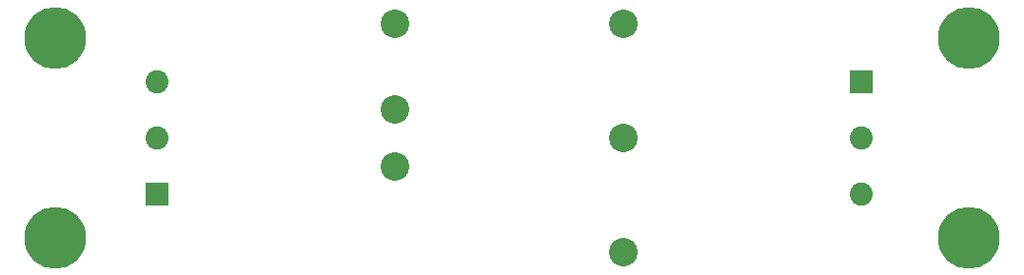
<source format=gts>
%FSLAX33Y33*%
%MOMM*%
%AMRect-W2049999-H2049999-RO1.500*
21,1,2.049999,2.049999,0.,0.,90*%
%AMRect-W2049999-H2049999-RO0.500*
21,1,2.049999,2.049999,0.,0.,270*%
%ADD10C,2.049999*%
%ADD11Rect-W2049999-H2049999-RO1.500*%
%ADD12C,2.54*%
%ADD13C,2.049999*%
%ADD14Rect-W2049999-H2049999-RO0.500*%
%ADD15C,5.5*%
D10*
%LNtop solder mask_traces*%
%LNtop solder mask component d471e9cb206998b3*%
G01*
X12854Y12700D03*
X12854Y17700D03*
D11*
X12854Y7700D03*
%LNtop solder mask component c304839c2677ef3f*%
D12*
X34036Y22860D03*
X34036Y10160D03*
X54356Y22860D03*
X54356Y2540D03*
X54356Y12700D03*
X34036Y15240D03*
%LNtop solder mask component 0150211cd070c59b*%
D13*
X75538Y12700D03*
X75538Y7700D03*
D14*
X75538Y17700D03*
%LNtop solder mask component a88b08866a0f6951*%
D15*
X85090Y21590D03*
%LNtop solder mask component 451a96529c5ac4a0*%
X3810Y21590D03*
%LNtop solder mask component b250d4b8687d3700*%
X85090Y3810D03*
%LNtop solder mask component 4ed973ee168ef51e*%
X3810Y3810D03*
M02*
</source>
